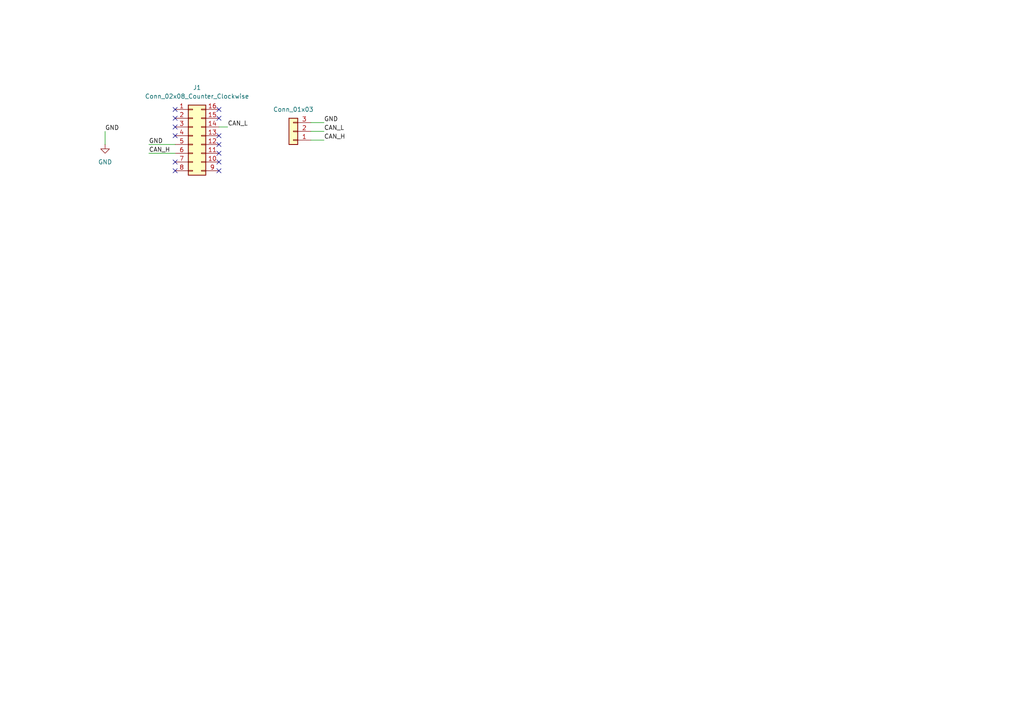
<source format=kicad_sch>
(kicad_sch (version 20250114) (generator "eeschema") (generator_version "9.0")
  (paper "A4")
  (lib_symbols
    (symbol "Connector_Generic:Conn_01x03" (pin_names (offset 1.016) (hide yes))
      (property "Reference" "J" (at 0 5.08 0))
      (property "Value" "Conn_01x03" (at 0 -5.08 0))
      (symbol "Conn_01x03_1_1"
        (rectangle (start -1.27 3.81) (end 1.27 -3.81) (stroke (width 0.254)) (fill (type background)))
        (rectangle (start -1.27 2.667) (end 0 2.413) (stroke (width 0.1524)))
        (rectangle (start -1.27 0.127) (end 0 -0.127) (stroke (width 0.1524)))
        (rectangle (start -1.27 -2.413) (end 0 -2.667) (stroke (width 0.1524)))
        (pin passive line (at -5.08 2.54 0) (length 3.81) (name "Pin_1") (number "1"))
        (pin passive line (at -5.08 0 0) (length 3.81) (name "Pin_2") (number "2"))
        (pin passive line (at -5.08 -2.54 0) (length 3.81) (name "Pin_3") (number "3"))
      )
    )
    (symbol "Connector_Generic:Conn_02x08_Counter_Clockwise" (pin_names (offset 1.016) (hide yes))
      (property "Reference" "J" (at 1.27 10.16 0))
      (property "Value" "Conn_02x08_Counter_Clockwise" (at 1.27 -12.7 0))
      (symbol "Conn_02x08_Counter_Clockwise_1_1"
        (rectangle (start -1.27 8.89) (end 3.81 -11.43) (stroke (width 0.254)) (fill (type background)))
        (rectangle (start -1.27 7.747) (end 0 7.493) (stroke (width 0.1524)))
        (rectangle (start -1.27 5.207) (end 0 4.953) (stroke (width 0.1524)))
        (rectangle (start -1.27 2.667) (end 0 2.413) (stroke (width 0.1524)))
        (rectangle (start -1.27 0.127) (end 0 -0.127) (stroke (width 0.1524)))
        (rectangle (start -1.27 -2.413) (end 0 -2.667) (stroke (width 0.1524)))
        (rectangle (start -1.27 -4.953) (end 0 -5.207) (stroke (width 0.1524)))
        (rectangle (start -1.27 -7.493) (end 0 -7.747) (stroke (width 0.1524)))
        (rectangle (start -1.27 -10.033) (end 0 -10.287) (stroke (width 0.1524)))
        (rectangle (start 3.81 7.747) (end 2.54 7.493) (stroke (width 0.1524)))
        (rectangle (start 3.81 5.207) (end 2.54 4.953) (stroke (width 0.1524)))
        (rectangle (start 3.81 2.667) (end 2.54 2.413) (stroke (width 0.1524)))
        (rectangle (start 3.81 0.127) (end 2.54 -0.127) (stroke (width 0.1524)))
        (rectangle (start 3.81 -2.413) (end 2.54 -2.667) (stroke (width 0.1524)))
        (rectangle (start 3.81 -4.953) (end 2.54 -5.207) (stroke (width 0.1524)))
        (rectangle (start 3.81 -7.493) (end 2.54 -7.747) (stroke (width 0.1524)))
        (rectangle (start 3.81 -10.033) (end 2.54 -10.287) (stroke (width 0.1524)))
        (pin passive line (at -5.08 7.62 0) (length 3.81) (name "Pin_1") (number "1"))
        (pin passive line (at -5.08 5.08 0) (length 3.81) (name "Pin_2") (number "2"))
        (pin passive line (at -5.08 2.54 0) (length 3.81) (name "Pin_3") (number "3"))
        (pin passive line (at -5.08 0 0) (length 3.81) (name "Pin_4") (number "4"))
        (pin passive line (at -5.08 -2.54 0) (length 3.81) (name "Pin_5") (number "5"))
        (pin passive line (at -5.08 -5.08 0) (length 3.81) (name "Pin_6") (number "6"))
        (pin passive line (at -5.08 -7.62 0) (length 3.81) (name "Pin_7") (number "7"))
        (pin passive line (at -5.08 -10.16 0) (length 3.81) (name "Pin_8") (number "8"))
        (pin passive line (at 7.62 7.62 180) (length 3.81) (name "Pin_16") (number "16"))
        (pin passive line (at 7.62 5.08 180) (length 3.81) (name "Pin_15") (number "15"))
        (pin passive line (at 7.62 2.54 180) (length 3.81) (name "Pin_14") (number "14"))
        (pin passive line (at 7.62 0 180) (length 3.81) (name "Pin_13") (number "13"))
        (pin passive line (at 7.62 -2.54 180) (length 3.81) (name "Pin_12") (number "12"))
        (pin passive line (at 7.62 -5.08 180) (length 3.81) (name "Pin_11") (number "11"))
        (pin passive line (at 7.62 -7.62 180) (length 3.81) (name "Pin_10") (number "10"))
        (pin passive line (at 7.62 -10.16 180) (length 3.81) (name "Pin_9") (number "9"))
      )
    )
    (symbol "power:GND" (power) (pin_numbers (hide yes)) (pin_names (offset 0) (hide yes))
      (property "Value" "GND" (at 0 -3.81 0))
      (symbol "GND_0_1"
        (polyline (pts (xy 0 0) (xy 0 -1.27) (xy 1.27 -1.27) (xy 0 -2.54) (xy -1.27 -1.27) (xy 0 -1.27)))
      )
      (symbol "GND_1_1"
        (pin power_in line (at 0 0 270) (length 0) (name "~") (number "1"))
      )
    )
  )
  (no_connect (at 50.8 31.75))
  (no_connect (at 50.8 36.83))
  (no_connect (at 50.8 49.53))
  (no_connect (at 63.5 44.45))
  (no_connect (at 63.5 41.91))
  (no_connect (at 63.5 46.99))
  (no_connect (at 63.5 31.75))
  (no_connect (at 63.5 49.53))
  (no_connect (at 50.8 39.37))
  (no_connect (at 50.8 46.99))
  (no_connect (at 50.8 34.29))
  (no_connect (at 63.5 39.37))
  (no_connect (at 63.5 34.29))
  (wire (pts (xy 43.18 44.45) (xy 50.8 44.45)))
  (wire (pts (xy 90.17 40.64) (xy 93.98 40.64)))
  (wire (pts (xy 90.17 38.1) (xy 93.98 38.1)))
  (wire (pts (xy 63.5 36.83) (xy 66.04 36.83)))
  (wire (pts (xy 90.17 35.56) (xy 93.98 35.56)))
  (wire (pts (xy 43.18 41.91) (xy 50.8 41.91)))
  (wire (pts (xy 30.48 38.1) (xy 30.48 41.91)))
  (label "CAN_L" (at 66.04 36.83 0))
  (label "CAN_H" (at 43.18 44.45 0))
  (label "CAN_L" (at 93.98 38.1 0))
  (label "GND" (at 93.98 35.56 0))
  (label "CAN_H" (at 93.98 40.64 0))
  (label "GND" (at 30.48 38.1 0))
  (label "GND" (at 43.18 41.91 0))
  (symbol (lib_id "power:GND") (at 30.48 41.91 0) (unit 1)
    (property "Reference" "#PWR01" (effects (hide yes)))
    (property "Value" "GND" (at 30.48 46.99 0))
    (property "Description" "Power symbol creates a global label with name \"GND\" , ground" (effects (hide yes)))
  )
  (symbol (lib_id "Connector_Generic:Conn_02x08_Counter_Clockwise") (at 55.88 39.37 0) (unit 1)
    (property "Reference" "J1" (at 57.15 25.4 0))
    (property "Value" "Conn_02x08_Counter_Clockwise" (at 57.15 27.94 0))
    (property "Footprint" "Case:OBD-II-Sparkfun v2.0" (effects (hide yes)))
    (property "Datasheet" "https://www.flexihub.com/images/upload/flexihub/articles/diagnostics/pinout_explanation.jpg" (effects (hide yes)))
    (property "Description" "Generic connector, double row, 02x08, counter clockwise pin numbering scheme (similar to DIP package numbering), script generated (kicad-library-utils/schlib/autogen/connector/)" (effects (hide yes)))
    (property "#MANUF" "20240401-1008-1" (effects (hide yes)))
    (property "PROVEEDOR" "UNIT" (effects (hide yes)))
  )
  (symbol (lib_id "Connector_Generic:Conn_01x03") (at 85.09 38.1 180) (unit 1)
    (property "Reference" "J3" (effects (hide yes)))
    (property "Value" "Conn_01x03" (at 85.09 31.75 0))
    (property "Footprint" "Connector_PinHeader_2.54mm:PinHeader_1x03_P2.54mm_Vertical" (effects (hide yes)))
    (property "Datasheet" "https://www.lcsc.com/datasheet/lcsc_datasheet_2409302300_XFCN-PM254V-11-03-H85_C541850.pdf" (effects (hide yes)))
    (property "Description" "Generic connector, single row, 01x03, script generated (kicad-library-utils/schlib/autogen/connector/)" (effects (hide yes)))
    (property "#MANUF" "PM254V-11-03-H85" (effects (hide yes)))
    (property "LCSC#" "C541850" (effects (hide yes)))
  )
)
</source>
